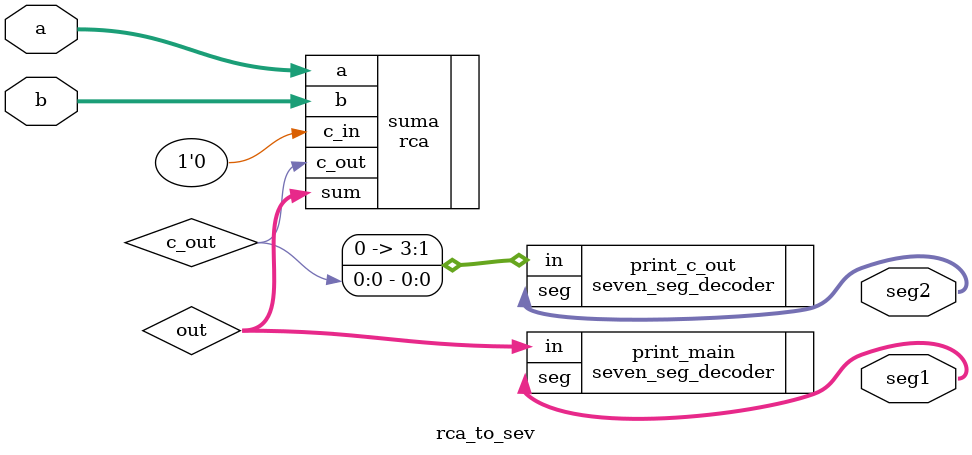
<source format=v>
module rca_to_sev(input [3:0]a,
		  input [3:0]b,
		  output reg [6:0]seg1,
		  output reg [6:0]seg2);
wire [3:0]out;
wire c_out;

rca suma(.a(a), .b(b), .c_in(1'b0), .c_out(c_out), .sum(out));
seven_seg_decoder print_main(.in(out), .seg(seg1));
seven_seg_decoder print_c_out(.in({3'b000, c_out}), .seg(seg2));

endmodule

</source>
